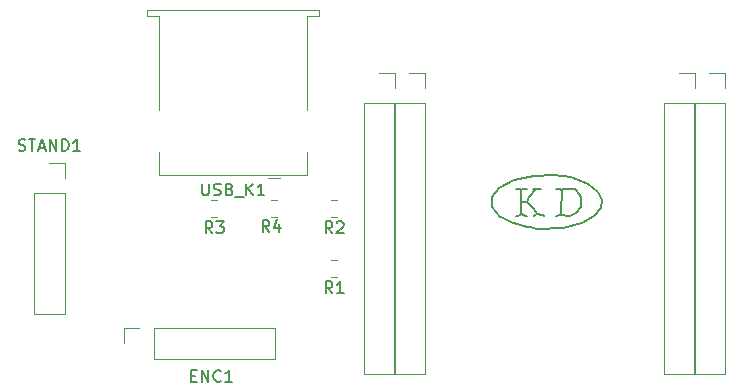
<source format=gto>
G04 #@! TF.GenerationSoftware,KiCad,Pcbnew,(5.1.5)-3*
G04 #@! TF.CreationDate,2020-05-07T08:06:12+03:00*
G04 #@! TF.ProjectId,PCB1,50434231-2e6b-4696-9361-645f70636258,rev?*
G04 #@! TF.SameCoordinates,Original*
G04 #@! TF.FileFunction,Legend,Top*
G04 #@! TF.FilePolarity,Positive*
%FSLAX46Y46*%
G04 Gerber Fmt 4.6, Leading zero omitted, Abs format (unit mm)*
G04 Created by KiCad (PCBNEW (5.1.5)-3) date 2020-05-07 08:06:12*
%MOMM*%
%LPD*%
G04 APERTURE LIST*
%ADD10C,0.200000*%
%ADD11C,0.120000*%
%ADD12C,0.150000*%
G04 APERTURE END LIST*
D10*
X75985556Y-50292222D02*
X75985556Y-50236667D01*
X76652223Y-51347778D02*
X76596667Y-51403334D01*
X78874445Y-49236667D02*
X78818889Y-49181111D01*
X75541112Y-49236667D02*
X75485556Y-49181111D01*
X75374445Y-49125556D02*
X75096667Y-49125556D01*
X77430000Y-51347778D02*
X77485556Y-51403334D01*
X75485556Y-49236667D02*
X75430000Y-49181111D01*
X75930000Y-50236667D02*
X75985556Y-50292222D01*
X76763334Y-51292222D02*
X76707778Y-51347778D01*
X80707778Y-52014445D02*
X81707778Y-51403334D01*
X79707778Y-48181111D02*
X78263334Y-47958889D01*
X81207778Y-48736667D02*
X79707778Y-48181111D01*
X75430000Y-49181111D02*
X75374445Y-49125556D01*
X82041112Y-49403334D02*
X81207778Y-48736667D01*
X76985556Y-49125556D02*
X77207778Y-49125556D01*
X82374445Y-50125556D02*
X82041112Y-49403334D01*
X82263334Y-50736667D02*
X82374445Y-50125556D01*
X81707778Y-51403334D02*
X82263334Y-50736667D01*
X79041112Y-52458889D02*
X80707778Y-52014445D01*
X76874445Y-52514445D02*
X79041112Y-52458889D01*
X76763334Y-49181111D02*
X76707778Y-49181111D01*
X76930000Y-49181111D02*
X76985556Y-49125556D01*
X75541112Y-50236667D02*
X75930000Y-50236667D01*
X76763334Y-49181111D02*
X76930000Y-49181111D01*
X78818889Y-49181111D02*
X78763334Y-49125556D01*
X76818889Y-51236667D02*
X76763334Y-51292222D01*
X75541112Y-49236667D02*
X75485556Y-49236667D01*
X78930000Y-49236667D02*
X78874445Y-49236667D01*
X76707778Y-51347778D02*
X76652223Y-51347778D01*
X78930000Y-49236667D02*
X78874445Y-49181111D01*
X78763334Y-49125556D02*
X78485556Y-49125556D01*
X80541111Y-50681111D02*
X80152223Y-51181111D01*
X80041112Y-49181111D02*
X80485556Y-49625556D01*
X75263334Y-51403334D02*
X75096667Y-51403334D01*
X75818889Y-51403334D02*
X75985556Y-51403334D01*
X75541112Y-51292222D02*
X75485556Y-51292222D01*
X75763334Y-51347778D02*
X75818889Y-51403334D01*
X75652223Y-51347778D02*
X75763334Y-51347778D01*
X75652223Y-49181111D02*
X75707778Y-49125556D01*
X75541112Y-49236667D02*
X75596667Y-49181111D01*
X75485556Y-51292222D02*
X75430000Y-51347778D01*
X77152223Y-51347778D02*
X77430000Y-51347778D01*
X78930000Y-51292222D02*
X78985556Y-49181111D01*
X75430000Y-51347778D02*
X75318889Y-51347778D01*
X75541112Y-51292222D02*
X75541112Y-49236667D01*
X76874445Y-51236667D02*
X76930000Y-51292222D01*
X78985556Y-49181111D02*
X80041112Y-49181111D01*
X75318889Y-51347778D02*
X75263334Y-51403334D01*
X75541112Y-51292222D02*
X75596667Y-51292222D01*
X75985556Y-50236667D02*
X76207778Y-49847778D01*
X76818889Y-51236667D02*
X76874445Y-51236667D01*
X80596666Y-49958889D02*
X80541111Y-50681111D01*
X78930000Y-51292222D02*
X78985556Y-51292222D01*
X75596667Y-51292222D02*
X75652223Y-51347778D01*
X75707778Y-49125556D02*
X75985556Y-49125556D01*
X77096667Y-51292222D02*
X77152223Y-51347778D01*
X76930000Y-51292222D02*
X77096667Y-51292222D01*
X76763334Y-49181111D02*
X76485556Y-49125556D01*
X76207778Y-49847778D02*
X76763334Y-49181111D01*
X76596667Y-50847778D02*
X75985556Y-50236667D01*
X80152223Y-51181111D02*
X79652223Y-51403334D01*
X76818889Y-51236667D02*
X76596667Y-50847778D01*
X78818889Y-51347778D02*
X78485556Y-51403334D01*
X80485556Y-49625556D02*
X80596666Y-49958889D01*
X79652223Y-51403334D02*
X78818889Y-51347778D01*
X75596667Y-49181111D02*
X75652223Y-49181111D01*
X73763334Y-51514445D02*
X73818889Y-51514445D01*
X78263334Y-47958889D02*
X76596667Y-48014445D01*
X75985556Y-52403334D02*
X76263334Y-52403334D01*
X74818889Y-52070000D02*
X74930000Y-52070000D01*
X73041112Y-49792222D02*
X73041112Y-50681111D01*
X73652223Y-49070000D02*
X73041112Y-49792222D01*
X76263334Y-52403334D02*
X76874445Y-52514445D01*
X76596667Y-48014445D02*
X74874445Y-48403334D01*
X73041112Y-50681111D02*
X73763334Y-51514445D01*
X73818889Y-51514445D02*
X74818889Y-52070000D01*
X74874445Y-48403334D02*
X73652223Y-49070000D01*
X74930000Y-52070000D02*
X75985556Y-52403334D01*
D11*
X35560000Y-46930000D02*
X36890000Y-46930000D01*
X36890000Y-46930000D02*
X36890000Y-48260000D01*
X36890000Y-49530000D02*
X36890000Y-59750000D01*
X34230000Y-59750000D02*
X36890000Y-59750000D01*
X34230000Y-49530000D02*
X34230000Y-59750000D01*
X34230000Y-49530000D02*
X36890000Y-49530000D01*
X88900000Y-39310000D02*
X90230000Y-39310000D01*
X90230000Y-39310000D02*
X90230000Y-40640000D01*
X90230000Y-41910000D02*
X90230000Y-64830000D01*
X87570000Y-64830000D02*
X90230000Y-64830000D01*
X87570000Y-41910000D02*
X87570000Y-64830000D01*
X87570000Y-41910000D02*
X90230000Y-41910000D01*
X41850000Y-62230000D02*
X41850000Y-60900000D01*
X41850000Y-60900000D02*
X43180000Y-60900000D01*
X44450000Y-60900000D02*
X54670000Y-60900000D01*
X54670000Y-63560000D02*
X54670000Y-60900000D01*
X44450000Y-63560000D02*
X54670000Y-63560000D01*
X44450000Y-63560000D02*
X44450000Y-60900000D01*
X58360000Y-34000000D02*
X43860000Y-34000000D01*
X43860000Y-34000000D02*
X43860000Y-34500000D01*
X43860000Y-34500000D02*
X44860000Y-34500000D01*
X44860000Y-34500000D02*
X44860000Y-42500000D01*
X44860000Y-46000000D02*
X44860000Y-48000000D01*
X44860000Y-48000000D02*
X57360000Y-48000000D01*
X57360000Y-48000000D02*
X57360000Y-46000000D01*
X57360000Y-42500000D02*
X57360000Y-34500000D01*
X57360000Y-34500000D02*
X58360000Y-34500000D01*
X58360000Y-34500000D02*
X58360000Y-34000000D01*
X55110000Y-48250000D02*
X54110000Y-48250000D01*
X54351422Y-51510000D02*
X54868578Y-51510000D01*
X54351422Y-50090000D02*
X54868578Y-50090000D01*
X49788578Y-50090000D02*
X49271422Y-50090000D01*
X49788578Y-51510000D02*
X49271422Y-51510000D01*
X59948578Y-50090000D02*
X59431422Y-50090000D01*
X59948578Y-51510000D02*
X59431422Y-51510000D01*
X59948578Y-55170000D02*
X59431422Y-55170000D01*
X59948578Y-56590000D02*
X59431422Y-56590000D01*
X91440000Y-39310000D02*
X92770000Y-39310000D01*
X92770000Y-39310000D02*
X92770000Y-40640000D01*
X92770000Y-41910000D02*
X92770000Y-64830000D01*
X90110000Y-64830000D02*
X92770000Y-64830000D01*
X90110000Y-41910000D02*
X90110000Y-64830000D01*
X90110000Y-41910000D02*
X92770000Y-41910000D01*
X66040000Y-39310000D02*
X67370000Y-39310000D01*
X67370000Y-39310000D02*
X67370000Y-40640000D01*
X67370000Y-41910000D02*
X67370000Y-64830000D01*
X64710000Y-64830000D02*
X67370000Y-64830000D01*
X64710000Y-41910000D02*
X64710000Y-64830000D01*
X64710000Y-41910000D02*
X67370000Y-41910000D01*
X63500000Y-39310000D02*
X64830000Y-39310000D01*
X64830000Y-39310000D02*
X64830000Y-40640000D01*
X64830000Y-41910000D02*
X64830000Y-64830000D01*
X62170000Y-64830000D02*
X64830000Y-64830000D01*
X62170000Y-41910000D02*
X62170000Y-64830000D01*
X62170000Y-41910000D02*
X64830000Y-41910000D01*
D12*
X32964761Y-45894761D02*
X33107619Y-45942380D01*
X33345714Y-45942380D01*
X33440952Y-45894761D01*
X33488571Y-45847142D01*
X33536190Y-45751904D01*
X33536190Y-45656666D01*
X33488571Y-45561428D01*
X33440952Y-45513809D01*
X33345714Y-45466190D01*
X33155238Y-45418571D01*
X33060000Y-45370952D01*
X33012380Y-45323333D01*
X32964761Y-45228095D01*
X32964761Y-45132857D01*
X33012380Y-45037619D01*
X33060000Y-44990000D01*
X33155238Y-44942380D01*
X33393333Y-44942380D01*
X33536190Y-44990000D01*
X33821904Y-44942380D02*
X34393333Y-44942380D01*
X34107619Y-45942380D02*
X34107619Y-44942380D01*
X34679047Y-45656666D02*
X35155238Y-45656666D01*
X34583809Y-45942380D02*
X34917142Y-44942380D01*
X35250476Y-45942380D01*
X35583809Y-45942380D02*
X35583809Y-44942380D01*
X36155238Y-45942380D01*
X36155238Y-44942380D01*
X36631428Y-45942380D02*
X36631428Y-44942380D01*
X36869523Y-44942380D01*
X37012380Y-44990000D01*
X37107619Y-45085238D01*
X37155238Y-45180476D01*
X37202857Y-45370952D01*
X37202857Y-45513809D01*
X37155238Y-45704285D01*
X37107619Y-45799523D01*
X37012380Y-45894761D01*
X36869523Y-45942380D01*
X36631428Y-45942380D01*
X38155238Y-45942380D02*
X37583809Y-45942380D01*
X37869523Y-45942380D02*
X37869523Y-44942380D01*
X37774285Y-45085238D01*
X37679047Y-45180476D01*
X37583809Y-45228095D01*
X47561714Y-64952571D02*
X47895047Y-64952571D01*
X48037904Y-65476380D02*
X47561714Y-65476380D01*
X47561714Y-64476380D01*
X48037904Y-64476380D01*
X48466476Y-65476380D02*
X48466476Y-64476380D01*
X49037904Y-65476380D01*
X49037904Y-64476380D01*
X50085523Y-65381142D02*
X50037904Y-65428761D01*
X49895047Y-65476380D01*
X49799809Y-65476380D01*
X49656952Y-65428761D01*
X49561714Y-65333523D01*
X49514095Y-65238285D01*
X49466476Y-65047809D01*
X49466476Y-64904952D01*
X49514095Y-64714476D01*
X49561714Y-64619238D01*
X49656952Y-64524000D01*
X49799809Y-64476380D01*
X49895047Y-64476380D01*
X50037904Y-64524000D01*
X50085523Y-64571619D01*
X51037904Y-65476380D02*
X50466476Y-65476380D01*
X50752190Y-65476380D02*
X50752190Y-64476380D01*
X50656952Y-64619238D01*
X50561714Y-64714476D01*
X50466476Y-64762095D01*
X48490952Y-48702380D02*
X48490952Y-49511904D01*
X48538571Y-49607142D01*
X48586190Y-49654761D01*
X48681428Y-49702380D01*
X48871904Y-49702380D01*
X48967142Y-49654761D01*
X49014761Y-49607142D01*
X49062380Y-49511904D01*
X49062380Y-48702380D01*
X49490952Y-49654761D02*
X49633809Y-49702380D01*
X49871904Y-49702380D01*
X49967142Y-49654761D01*
X50014761Y-49607142D01*
X50062380Y-49511904D01*
X50062380Y-49416666D01*
X50014761Y-49321428D01*
X49967142Y-49273809D01*
X49871904Y-49226190D01*
X49681428Y-49178571D01*
X49586190Y-49130952D01*
X49538571Y-49083333D01*
X49490952Y-48988095D01*
X49490952Y-48892857D01*
X49538571Y-48797619D01*
X49586190Y-48750000D01*
X49681428Y-48702380D01*
X49919523Y-48702380D01*
X50062380Y-48750000D01*
X50824285Y-49178571D02*
X50967142Y-49226190D01*
X51014761Y-49273809D01*
X51062380Y-49369047D01*
X51062380Y-49511904D01*
X51014761Y-49607142D01*
X50967142Y-49654761D01*
X50871904Y-49702380D01*
X50490952Y-49702380D01*
X50490952Y-48702380D01*
X50824285Y-48702380D01*
X50919523Y-48750000D01*
X50967142Y-48797619D01*
X51014761Y-48892857D01*
X51014761Y-48988095D01*
X50967142Y-49083333D01*
X50919523Y-49130952D01*
X50824285Y-49178571D01*
X50490952Y-49178571D01*
X51252857Y-49797619D02*
X52014761Y-49797619D01*
X52252857Y-49702380D02*
X52252857Y-48702380D01*
X52824285Y-49702380D02*
X52395714Y-49130952D01*
X52824285Y-48702380D02*
X52252857Y-49273809D01*
X53776666Y-49702380D02*
X53205238Y-49702380D01*
X53490952Y-49702380D02*
X53490952Y-48702380D01*
X53395714Y-48845238D01*
X53300476Y-48940476D01*
X53205238Y-48988095D01*
X54189333Y-52776380D02*
X53856000Y-52300190D01*
X53617904Y-52776380D02*
X53617904Y-51776380D01*
X53998857Y-51776380D01*
X54094095Y-51824000D01*
X54141714Y-51871619D01*
X54189333Y-51966857D01*
X54189333Y-52109714D01*
X54141714Y-52204952D01*
X54094095Y-52252571D01*
X53998857Y-52300190D01*
X53617904Y-52300190D01*
X55046476Y-52109714D02*
X55046476Y-52776380D01*
X54808380Y-51728761D02*
X54570285Y-52443047D01*
X55189333Y-52443047D01*
X49363333Y-52902380D02*
X49030000Y-52426190D01*
X48791904Y-52902380D02*
X48791904Y-51902380D01*
X49172857Y-51902380D01*
X49268095Y-51950000D01*
X49315714Y-51997619D01*
X49363333Y-52092857D01*
X49363333Y-52235714D01*
X49315714Y-52330952D01*
X49268095Y-52378571D01*
X49172857Y-52426190D01*
X48791904Y-52426190D01*
X49696666Y-51902380D02*
X50315714Y-51902380D01*
X49982380Y-52283333D01*
X50125238Y-52283333D01*
X50220476Y-52330952D01*
X50268095Y-52378571D01*
X50315714Y-52473809D01*
X50315714Y-52711904D01*
X50268095Y-52807142D01*
X50220476Y-52854761D01*
X50125238Y-52902380D01*
X49839523Y-52902380D01*
X49744285Y-52854761D01*
X49696666Y-52807142D01*
X59523333Y-52902380D02*
X59190000Y-52426190D01*
X58951904Y-52902380D02*
X58951904Y-51902380D01*
X59332857Y-51902380D01*
X59428095Y-51950000D01*
X59475714Y-51997619D01*
X59523333Y-52092857D01*
X59523333Y-52235714D01*
X59475714Y-52330952D01*
X59428095Y-52378571D01*
X59332857Y-52426190D01*
X58951904Y-52426190D01*
X59904285Y-51997619D02*
X59951904Y-51950000D01*
X60047142Y-51902380D01*
X60285238Y-51902380D01*
X60380476Y-51950000D01*
X60428095Y-51997619D01*
X60475714Y-52092857D01*
X60475714Y-52188095D01*
X60428095Y-52330952D01*
X59856666Y-52902380D01*
X60475714Y-52902380D01*
X59523333Y-57982380D02*
X59190000Y-57506190D01*
X58951904Y-57982380D02*
X58951904Y-56982380D01*
X59332857Y-56982380D01*
X59428095Y-57030000D01*
X59475714Y-57077619D01*
X59523333Y-57172857D01*
X59523333Y-57315714D01*
X59475714Y-57410952D01*
X59428095Y-57458571D01*
X59332857Y-57506190D01*
X58951904Y-57506190D01*
X60475714Y-57982380D02*
X59904285Y-57982380D01*
X60190000Y-57982380D02*
X60190000Y-56982380D01*
X60094761Y-57125238D01*
X59999523Y-57220476D01*
X59904285Y-57268095D01*
M02*

</source>
